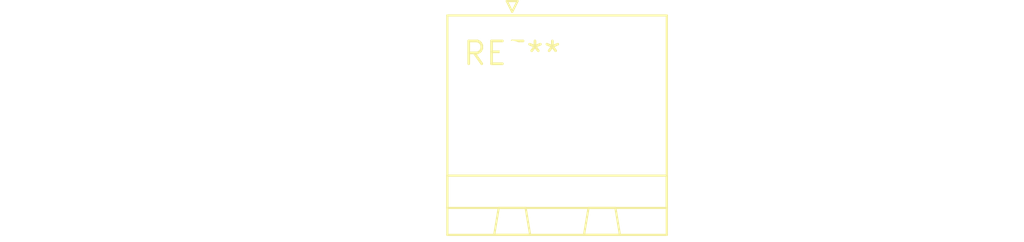
<source format=kicad_pcb>
(kicad_pcb (version 20240108) (generator pcbnew)
  (layers (0 "F.Cu" signal) (31 "B.Cu" signal) (34 "B.Paste" user) (35 "F.Paste" user) (36 "B.SilkS" user "B.Silkscreen") (37 "F.SilkS" user "F.Silkscreen") (38 "B.Mask" user) (39 "F.Mask" user) (44 "Edge.Cuts" user))
  (net 0 "")
  (footprint "PhoenixContact_MSTBA_2,5_2-G_1x02_P5.00mm_Horizontal" (layer "F.Cu") (at 0 0)
    (property "Reference" "REF**")
    (property "Value" "PhoenixContact_MSTBA_2,5_2-G_1x02_P5.00mm_Horizontal")
    (fp_line (start -3.61 -2.11) (end -3.61 10.11) (layer "F.SilkS") (stroke (width 0.12)))
    (fp_line (start -3.61 6.81) (end 8.61 6.81) (layer "F.SilkS") (stroke (width 0.12)))
    (fp_line (start -3.61 8.61) (end -3.61 6.81) (layer "F.SilkS") (stroke (width 0.12)))
    (fp_line (start -3.61 10.11) (end 8.61 10.11) (layer "F.SilkS") (stroke (width 0.12)))
    (fp_line (start -1 10.11) (end 1 10.11) (layer "F.SilkS") (stroke (width 0.12)))
    (fp_line (start -0.75 8.61) (end -1 10.11) (layer "F.SilkS") (stroke (width 0.12)))
    (fp_line (start -0.3 -2.91) (end 0.3 -2.91) (layer "F.SilkS") (stroke (width 0.12)))
    (fp_line (start 0 -2.31) (end -0.3 -2.91) (layer "F.SilkS") (stroke (width 0.12)))
    (fp_line (start 0.3 -2.91) (end 0 -2.31) (layer "F.SilkS") (stroke (width 0.12)))
    (fp_line (start 0.75 8.61) (end -0.75 8.61) (layer "F.SilkS") (stroke (width 0.12)))
    (fp_line (start 1 10.11) (end 0.75 8.61) (layer "F.SilkS") (stroke (width 0.12)))
    (fp_line (start 4 10.11) (end 6 10.11) (layer "F.SilkS") (stroke (width 0.12)))
    (fp_line (start 4.25 8.61) (end 4 10.11) (layer "F.SilkS") (stroke (width 0.12)))
    (fp_line (start 5.75 8.61) (end 4.25 8.61) (layer "F.SilkS") (stroke (width 0.12)))
    (fp_line (start 6 10.11) (end 5.75 8.61) (layer "F.SilkS") (stroke (width 0.12)))
    (fp_line (start 8.61 -2.11) (end -3.61 -2.11) (layer "F.SilkS") (stroke (width 0.12)))
    (fp_line (start 8.61 6.81) (end 8.61 8.61) (layer "F.SilkS") (stroke (width 0.12)))
    (fp_line (start 8.61 8.61) (end -3.61 8.61) (layer "F.SilkS") (stroke (width 0.12)))
    (fp_line (start 8.61 10.11) (end 8.61 -2.11) (layer "F.SilkS") (stroke (width 0.12)))
    (pad "1" thru_hole roundrect (at 0 0) (size 2 3.6) (drill 1.4) (layers *.Cu *.Mask) (remove_unused_layers) (roundrect_rratio 0.125))
    (pad "2" thru_hole oval (at 5 0) (size 2 3.6) (drill 1.4) (layers *.Cu *.Mask) (remove_unused_layers))
  )
)
</source>
